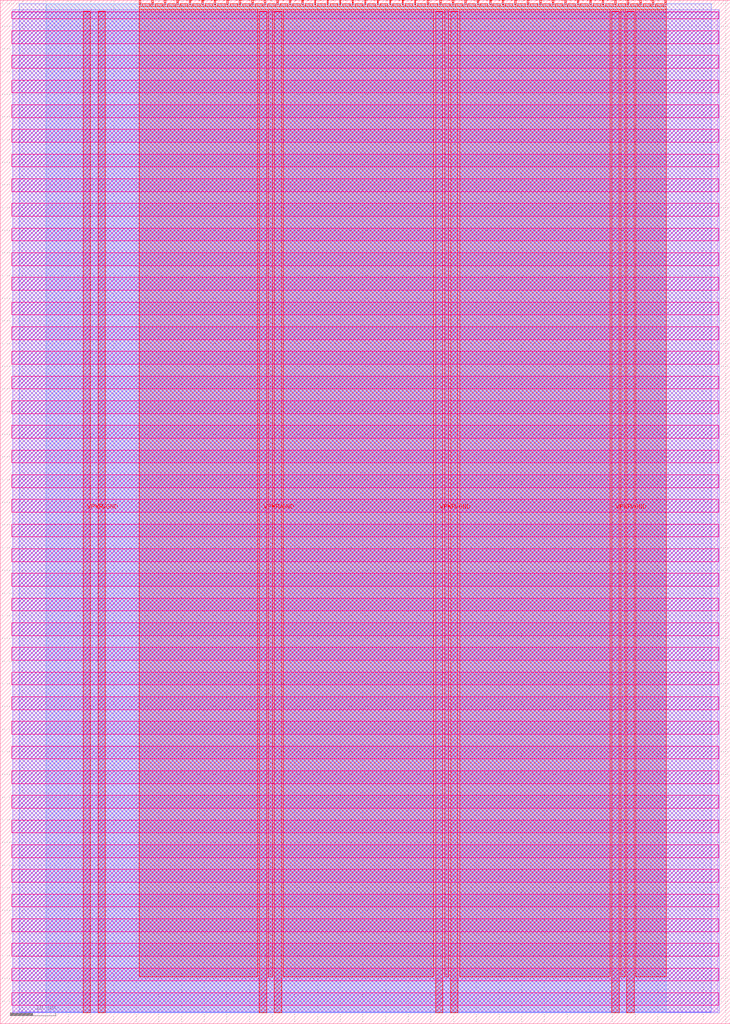
<source format=lef>
VERSION 5.7 ;
  NOWIREEXTENSIONATPIN ON ;
  DIVIDERCHAR "/" ;
  BUSBITCHARS "[]" ;
MACRO tt_um_gus16
  CLASS BLOCK ;
  FOREIGN tt_um_gus16 ;
  ORIGIN 0.000 0.000 ;
  SIZE 161.000 BY 225.760 ;
  PIN VGND
    DIRECTION INOUT ;
    USE GROUND ;
    PORT
      LAYER met4 ;
        RECT 21.580 2.480 23.180 223.280 ;
    END
    PORT
      LAYER met4 ;
        RECT 60.450 2.480 62.050 223.280 ;
    END
    PORT
      LAYER met4 ;
        RECT 99.320 2.480 100.920 223.280 ;
    END
    PORT
      LAYER met4 ;
        RECT 138.190 2.480 139.790 223.280 ;
    END
  END VGND
  PIN VPWR
    DIRECTION INOUT ;
    USE POWER ;
    PORT
      LAYER met4 ;
        RECT 18.280 2.480 19.880 223.280 ;
    END
    PORT
      LAYER met4 ;
        RECT 57.150 2.480 58.750 223.280 ;
    END
    PORT
      LAYER met4 ;
        RECT 96.020 2.480 97.620 223.280 ;
    END
    PORT
      LAYER met4 ;
        RECT 134.890 2.480 136.490 223.280 ;
    END
  END VPWR
  PIN clk
    DIRECTION INPUT ;
    USE SIGNAL ;
    ANTENNAGATEAREA 0.852000 ;
    PORT
      LAYER met4 ;
        RECT 143.830 224.760 144.130 225.760 ;
    END
  END clk
  PIN ena
    DIRECTION INPUT ;
    USE SIGNAL ;
    PORT
      LAYER met4 ;
        RECT 146.590 224.760 146.890 225.760 ;
    END
  END ena
  PIN rst_n
    DIRECTION INPUT ;
    USE SIGNAL ;
    ANTENNAGATEAREA 0.213000 ;
    PORT
      LAYER met4 ;
        RECT 141.070 224.760 141.370 225.760 ;
    END
  END rst_n
  PIN ui_in[0]
    DIRECTION INPUT ;
    USE SIGNAL ;
    ANTENNAGATEAREA 0.196500 ;
    PORT
      LAYER met4 ;
        RECT 138.310 224.760 138.610 225.760 ;
    END
  END ui_in[0]
  PIN ui_in[1]
    DIRECTION INPUT ;
    USE SIGNAL ;
    ANTENNAGATEAREA 0.196500 ;
    PORT
      LAYER met4 ;
        RECT 135.550 224.760 135.850 225.760 ;
    END
  END ui_in[1]
  PIN ui_in[2]
    DIRECTION INPUT ;
    USE SIGNAL ;
    ANTENNAGATEAREA 0.196500 ;
    PORT
      LAYER met4 ;
        RECT 132.790 224.760 133.090 225.760 ;
    END
  END ui_in[2]
  PIN ui_in[3]
    DIRECTION INPUT ;
    USE SIGNAL ;
    ANTENNAGATEAREA 0.196500 ;
    PORT
      LAYER met4 ;
        RECT 130.030 224.760 130.330 225.760 ;
    END
  END ui_in[3]
  PIN ui_in[4]
    DIRECTION INPUT ;
    USE SIGNAL ;
    ANTENNAGATEAREA 0.196500 ;
    PORT
      LAYER met4 ;
        RECT 127.270 224.760 127.570 225.760 ;
    END
  END ui_in[4]
  PIN ui_in[5]
    DIRECTION INPUT ;
    USE SIGNAL ;
    ANTENNAGATEAREA 0.196500 ;
    PORT
      LAYER met4 ;
        RECT 124.510 224.760 124.810 225.760 ;
    END
  END ui_in[5]
  PIN ui_in[6]
    DIRECTION INPUT ;
    USE SIGNAL ;
    ANTENNAGATEAREA 0.196500 ;
    PORT
      LAYER met4 ;
        RECT 121.750 224.760 122.050 225.760 ;
    END
  END ui_in[6]
  PIN ui_in[7]
    DIRECTION INPUT ;
    USE SIGNAL ;
    ANTENNAGATEAREA 0.196500 ;
    PORT
      LAYER met4 ;
        RECT 118.990 224.760 119.290 225.760 ;
    END
  END ui_in[7]
  PIN uio_in[0]
    DIRECTION INPUT ;
    USE SIGNAL ;
    ANTENNAGATEAREA 0.196500 ;
    PORT
      LAYER met4 ;
        RECT 116.230 224.760 116.530 225.760 ;
    END
  END uio_in[0]
  PIN uio_in[1]
    DIRECTION INPUT ;
    USE SIGNAL ;
    ANTENNAGATEAREA 0.196500 ;
    PORT
      LAYER met4 ;
        RECT 113.470 224.760 113.770 225.760 ;
    END
  END uio_in[1]
  PIN uio_in[2]
    DIRECTION INPUT ;
    USE SIGNAL ;
    ANTENNAGATEAREA 0.196500 ;
    PORT
      LAYER met4 ;
        RECT 110.710 224.760 111.010 225.760 ;
    END
  END uio_in[2]
  PIN uio_in[3]
    DIRECTION INPUT ;
    USE SIGNAL ;
    ANTENNAGATEAREA 0.196500 ;
    PORT
      LAYER met4 ;
        RECT 107.950 224.760 108.250 225.760 ;
    END
  END uio_in[3]
  PIN uio_in[4]
    DIRECTION INPUT ;
    USE SIGNAL ;
    ANTENNAGATEAREA 0.196500 ;
    PORT
      LAYER met4 ;
        RECT 105.190 224.760 105.490 225.760 ;
    END
  END uio_in[4]
  PIN uio_in[5]
    DIRECTION INPUT ;
    USE SIGNAL ;
    ANTENNAGATEAREA 0.196500 ;
    PORT
      LAYER met4 ;
        RECT 102.430 224.760 102.730 225.760 ;
    END
  END uio_in[5]
  PIN uio_in[6]
    DIRECTION INPUT ;
    USE SIGNAL ;
    ANTENNAGATEAREA 0.196500 ;
    PORT
      LAYER met4 ;
        RECT 99.670 224.760 99.970 225.760 ;
    END
  END uio_in[6]
  PIN uio_in[7]
    DIRECTION INPUT ;
    USE SIGNAL ;
    ANTENNAGATEAREA 0.196500 ;
    PORT
      LAYER met4 ;
        RECT 96.910 224.760 97.210 225.760 ;
    END
  END uio_in[7]
  PIN uio_oe[0]
    DIRECTION OUTPUT ;
    USE SIGNAL ;
    ANTENNADIFFAREA 0.445500 ;
    PORT
      LAYER met4 ;
        RECT 49.990 224.760 50.290 225.760 ;
    END
  END uio_oe[0]
  PIN uio_oe[1]
    DIRECTION OUTPUT ;
    USE SIGNAL ;
    ANTENNADIFFAREA 0.445500 ;
    PORT
      LAYER met4 ;
        RECT 47.230 224.760 47.530 225.760 ;
    END
  END uio_oe[1]
  PIN uio_oe[2]
    DIRECTION OUTPUT ;
    USE SIGNAL ;
    ANTENNADIFFAREA 0.445500 ;
    PORT
      LAYER met4 ;
        RECT 44.470 224.760 44.770 225.760 ;
    END
  END uio_oe[2]
  PIN uio_oe[3]
    DIRECTION OUTPUT ;
    USE SIGNAL ;
    ANTENNADIFFAREA 0.445500 ;
    PORT
      LAYER met4 ;
        RECT 41.710 224.760 42.010 225.760 ;
    END
  END uio_oe[3]
  PIN uio_oe[4]
    DIRECTION OUTPUT ;
    USE SIGNAL ;
    ANTENNADIFFAREA 0.445500 ;
    PORT
      LAYER met4 ;
        RECT 38.950 224.760 39.250 225.760 ;
    END
  END uio_oe[4]
  PIN uio_oe[5]
    DIRECTION OUTPUT ;
    USE SIGNAL ;
    ANTENNADIFFAREA 0.445500 ;
    PORT
      LAYER met4 ;
        RECT 36.190 224.760 36.490 225.760 ;
    END
  END uio_oe[5]
  PIN uio_oe[6]
    DIRECTION OUTPUT ;
    USE SIGNAL ;
    ANTENNADIFFAREA 0.445500 ;
    PORT
      LAYER met4 ;
        RECT 33.430 224.760 33.730 225.760 ;
    END
  END uio_oe[6]
  PIN uio_oe[7]
    DIRECTION OUTPUT ;
    USE SIGNAL ;
    ANTENNADIFFAREA 0.445500 ;
    PORT
      LAYER met4 ;
        RECT 30.670 224.760 30.970 225.760 ;
    END
  END uio_oe[7]
  PIN uio_out[0]
    DIRECTION OUTPUT ;
    USE SIGNAL ;
    ANTENNADIFFAREA 1.288000 ;
    PORT
      LAYER met4 ;
        RECT 72.070 224.760 72.370 225.760 ;
    END
  END uio_out[0]
  PIN uio_out[1]
    DIRECTION OUTPUT ;
    USE SIGNAL ;
    ANTENNADIFFAREA 0.891000 ;
    PORT
      LAYER met4 ;
        RECT 69.310 224.760 69.610 225.760 ;
    END
  END uio_out[1]
  PIN uio_out[2]
    DIRECTION OUTPUT ;
    USE SIGNAL ;
    ANTENNADIFFAREA 0.924000 ;
    PORT
      LAYER met4 ;
        RECT 66.550 224.760 66.850 225.760 ;
    END
  END uio_out[2]
  PIN uio_out[3]
    DIRECTION OUTPUT ;
    USE SIGNAL ;
    ANTENNADIFFAREA 1.288000 ;
    PORT
      LAYER met4 ;
        RECT 63.790 224.760 64.090 225.760 ;
    END
  END uio_out[3]
  PIN uio_out[4]
    DIRECTION OUTPUT ;
    USE SIGNAL ;
    ANTENNADIFFAREA 0.891000 ;
    PORT
      LAYER met4 ;
        RECT 61.030 224.760 61.330 225.760 ;
    END
  END uio_out[4]
  PIN uio_out[5]
    DIRECTION OUTPUT ;
    USE SIGNAL ;
    ANTENNADIFFAREA 1.288000 ;
    PORT
      LAYER met4 ;
        RECT 58.270 224.760 58.570 225.760 ;
    END
  END uio_out[5]
  PIN uio_out[6]
    DIRECTION OUTPUT ;
    USE SIGNAL ;
    ANTENNADIFFAREA 0.924000 ;
    PORT
      LAYER met4 ;
        RECT 55.510 224.760 55.810 225.760 ;
    END
  END uio_out[6]
  PIN uio_out[7]
    DIRECTION OUTPUT ;
    USE SIGNAL ;
    ANTENNADIFFAREA 1.288000 ;
    PORT
      LAYER met4 ;
        RECT 52.750 224.760 53.050 225.760 ;
    END
  END uio_out[7]
  PIN uo_out[0]
    DIRECTION OUTPUT ;
    USE SIGNAL ;
    ANTENNADIFFAREA 0.445500 ;
    PORT
      LAYER met4 ;
        RECT 94.150 224.760 94.450 225.760 ;
    END
  END uo_out[0]
  PIN uo_out[1]
    DIRECTION OUTPUT ;
    USE SIGNAL ;
    ANTENNADIFFAREA 0.445500 ;
    PORT
      LAYER met4 ;
        RECT 91.390 224.760 91.690 225.760 ;
    END
  END uo_out[1]
  PIN uo_out[2]
    DIRECTION OUTPUT ;
    USE SIGNAL ;
    ANTENNADIFFAREA 0.445500 ;
    PORT
      LAYER met4 ;
        RECT 88.630 224.760 88.930 225.760 ;
    END
  END uo_out[2]
  PIN uo_out[3]
    DIRECTION OUTPUT ;
    USE SIGNAL ;
    ANTENNADIFFAREA 0.795200 ;
    PORT
      LAYER met4 ;
        RECT 85.870 224.760 86.170 225.760 ;
    END
  END uo_out[3]
  PIN uo_out[4]
    DIRECTION OUTPUT ;
    USE SIGNAL ;
    ANTENNADIFFAREA 0.445500 ;
    PORT
      LAYER met4 ;
        RECT 83.110 224.760 83.410 225.760 ;
    END
  END uo_out[4]
  PIN uo_out[5]
    DIRECTION OUTPUT ;
    USE SIGNAL ;
    ANTENNADIFFAREA 0.445500 ;
    PORT
      LAYER met4 ;
        RECT 80.350 224.760 80.650 225.760 ;
    END
  END uo_out[5]
  PIN uo_out[6]
    DIRECTION OUTPUT ;
    USE SIGNAL ;
    ANTENNADIFFAREA 0.445500 ;
    PORT
      LAYER met4 ;
        RECT 77.590 224.760 77.890 225.760 ;
    END
  END uo_out[6]
  PIN uo_out[7]
    DIRECTION OUTPUT ;
    USE SIGNAL ;
    ANTENNADIFFAREA 0.445500 ;
    PORT
      LAYER met4 ;
        RECT 74.830 224.760 75.130 225.760 ;
    END
  END uo_out[7]
  OBS
      LAYER nwell ;
        RECT 2.570 221.625 158.430 223.230 ;
        RECT 2.570 216.185 158.430 219.015 ;
        RECT 2.570 210.745 158.430 213.575 ;
        RECT 2.570 205.305 158.430 208.135 ;
        RECT 2.570 199.865 158.430 202.695 ;
        RECT 2.570 194.425 158.430 197.255 ;
        RECT 2.570 188.985 158.430 191.815 ;
        RECT 2.570 183.545 158.430 186.375 ;
        RECT 2.570 178.105 158.430 180.935 ;
        RECT 2.570 172.665 158.430 175.495 ;
        RECT 2.570 167.225 158.430 170.055 ;
        RECT 2.570 161.785 158.430 164.615 ;
        RECT 2.570 156.345 158.430 159.175 ;
        RECT 2.570 150.905 158.430 153.735 ;
        RECT 2.570 145.465 158.430 148.295 ;
        RECT 2.570 140.025 158.430 142.855 ;
        RECT 2.570 134.585 158.430 137.415 ;
        RECT 2.570 129.145 158.430 131.975 ;
        RECT 2.570 123.705 158.430 126.535 ;
        RECT 2.570 118.265 158.430 121.095 ;
        RECT 2.570 112.825 158.430 115.655 ;
        RECT 2.570 107.385 158.430 110.215 ;
        RECT 2.570 101.945 158.430 104.775 ;
        RECT 2.570 96.505 158.430 99.335 ;
        RECT 2.570 91.065 158.430 93.895 ;
        RECT 2.570 85.625 158.430 88.455 ;
        RECT 2.570 80.185 158.430 83.015 ;
        RECT 2.570 74.745 158.430 77.575 ;
        RECT 2.570 69.305 158.430 72.135 ;
        RECT 2.570 63.865 158.430 66.695 ;
        RECT 2.570 58.425 158.430 61.255 ;
        RECT 2.570 52.985 158.430 55.815 ;
        RECT 2.570 47.545 158.430 50.375 ;
        RECT 2.570 42.105 158.430 44.935 ;
        RECT 2.570 36.665 158.430 39.495 ;
        RECT 2.570 31.225 158.430 34.055 ;
        RECT 2.570 25.785 158.430 28.615 ;
        RECT 2.570 20.345 158.430 23.175 ;
        RECT 2.570 14.905 158.430 17.735 ;
        RECT 2.570 9.465 158.430 12.295 ;
        RECT 2.570 4.025 158.430 6.855 ;
      LAYER li1 ;
        RECT 2.760 2.635 158.240 223.125 ;
      LAYER met1 ;
        RECT 2.760 2.480 158.540 223.680 ;
      LAYER met2 ;
        RECT 4.240 2.535 156.760 224.925 ;
      LAYER met3 ;
        RECT 10.185 2.555 146.930 224.905 ;
      LAYER met4 ;
        RECT 31.370 224.360 33.030 224.905 ;
        RECT 34.130 224.360 35.790 224.905 ;
        RECT 36.890 224.360 38.550 224.905 ;
        RECT 39.650 224.360 41.310 224.905 ;
        RECT 42.410 224.360 44.070 224.905 ;
        RECT 45.170 224.360 46.830 224.905 ;
        RECT 47.930 224.360 49.590 224.905 ;
        RECT 50.690 224.360 52.350 224.905 ;
        RECT 53.450 224.360 55.110 224.905 ;
        RECT 56.210 224.360 57.870 224.905 ;
        RECT 58.970 224.360 60.630 224.905 ;
        RECT 61.730 224.360 63.390 224.905 ;
        RECT 64.490 224.360 66.150 224.905 ;
        RECT 67.250 224.360 68.910 224.905 ;
        RECT 70.010 224.360 71.670 224.905 ;
        RECT 72.770 224.360 74.430 224.905 ;
        RECT 75.530 224.360 77.190 224.905 ;
        RECT 78.290 224.360 79.950 224.905 ;
        RECT 81.050 224.360 82.710 224.905 ;
        RECT 83.810 224.360 85.470 224.905 ;
        RECT 86.570 224.360 88.230 224.905 ;
        RECT 89.330 224.360 90.990 224.905 ;
        RECT 92.090 224.360 93.750 224.905 ;
        RECT 94.850 224.360 96.510 224.905 ;
        RECT 97.610 224.360 99.270 224.905 ;
        RECT 100.370 224.360 102.030 224.905 ;
        RECT 103.130 224.360 104.790 224.905 ;
        RECT 105.890 224.360 107.550 224.905 ;
        RECT 108.650 224.360 110.310 224.905 ;
        RECT 111.410 224.360 113.070 224.905 ;
        RECT 114.170 224.360 115.830 224.905 ;
        RECT 116.930 224.360 118.590 224.905 ;
        RECT 119.690 224.360 121.350 224.905 ;
        RECT 122.450 224.360 124.110 224.905 ;
        RECT 125.210 224.360 126.870 224.905 ;
        RECT 127.970 224.360 129.630 224.905 ;
        RECT 130.730 224.360 132.390 224.905 ;
        RECT 133.490 224.360 135.150 224.905 ;
        RECT 136.250 224.360 137.910 224.905 ;
        RECT 139.010 224.360 140.670 224.905 ;
        RECT 141.770 224.360 143.430 224.905 ;
        RECT 144.530 224.360 146.190 224.905 ;
        RECT 30.655 223.680 146.905 224.360 ;
        RECT 30.655 10.375 56.750 223.680 ;
        RECT 59.150 10.375 60.050 223.680 ;
        RECT 62.450 10.375 95.620 223.680 ;
        RECT 98.020 10.375 98.920 223.680 ;
        RECT 101.320 10.375 134.490 223.680 ;
        RECT 136.890 10.375 137.790 223.680 ;
        RECT 140.190 10.375 146.905 223.680 ;
  END
END tt_um_gus16
END LIBRARY


</source>
